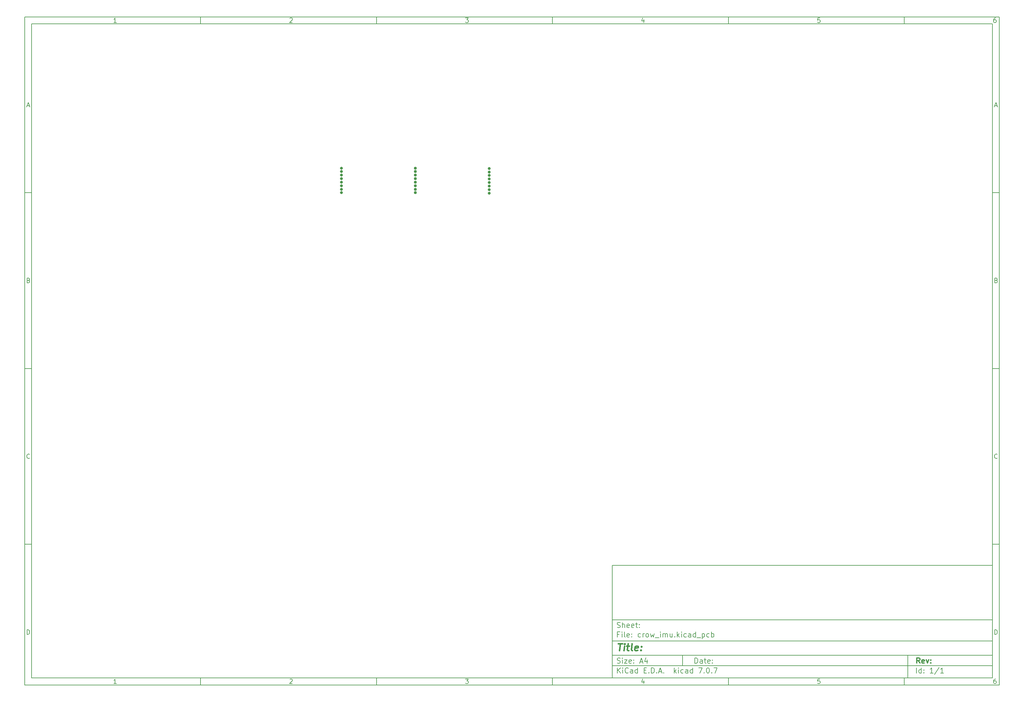
<source format=gbs>
%TF.GenerationSoftware,KiCad,Pcbnew,7.0.7*%
%TF.CreationDate,2024-01-01T11:16:14+09:00*%
%TF.ProjectId,crow_imu,63726f77-5f69-46d7-952e-6b696361645f,rev?*%
%TF.SameCoordinates,Original*%
%TF.FileFunction,Soldermask,Bot*%
%TF.FilePolarity,Negative*%
%FSLAX46Y46*%
G04 Gerber Fmt 4.6, Leading zero omitted, Abs format (unit mm)*
G04 Created by KiCad (PCBNEW 7.0.7) date 2024-01-01 11:16:14*
%MOMM*%
%LPD*%
G01*
G04 APERTURE LIST*
%ADD10C,0.100000*%
%ADD11C,0.150000*%
%ADD12C,0.300000*%
%ADD13C,0.400000*%
%ADD14C,0.800000*%
%ADD15O,0.800000X0.800000*%
%ADD16C,0.850000*%
%ADD17O,0.850000X0.850000*%
G04 APERTURE END LIST*
D10*
D11*
X177002200Y-166007200D02*
X285002200Y-166007200D01*
X285002200Y-198007200D01*
X177002200Y-198007200D01*
X177002200Y-166007200D01*
D10*
D11*
X10000000Y-10000000D02*
X287002200Y-10000000D01*
X287002200Y-200007200D01*
X10000000Y-200007200D01*
X10000000Y-10000000D01*
D10*
D11*
X12000000Y-12000000D02*
X285002200Y-12000000D01*
X285002200Y-198007200D01*
X12000000Y-198007200D01*
X12000000Y-12000000D01*
D10*
D11*
X60000000Y-12000000D02*
X60000000Y-10000000D01*
D10*
D11*
X110000000Y-12000000D02*
X110000000Y-10000000D01*
D10*
D11*
X160000000Y-12000000D02*
X160000000Y-10000000D01*
D10*
D11*
X210000000Y-12000000D02*
X210000000Y-10000000D01*
D10*
D11*
X260000000Y-12000000D02*
X260000000Y-10000000D01*
D10*
D11*
X36089160Y-11593604D02*
X35346303Y-11593604D01*
X35717731Y-11593604D02*
X35717731Y-10293604D01*
X35717731Y-10293604D02*
X35593922Y-10479319D01*
X35593922Y-10479319D02*
X35470112Y-10603128D01*
X35470112Y-10603128D02*
X35346303Y-10665033D01*
D10*
D11*
X85346303Y-10417414D02*
X85408207Y-10355509D01*
X85408207Y-10355509D02*
X85532017Y-10293604D01*
X85532017Y-10293604D02*
X85841541Y-10293604D01*
X85841541Y-10293604D02*
X85965350Y-10355509D01*
X85965350Y-10355509D02*
X86027255Y-10417414D01*
X86027255Y-10417414D02*
X86089160Y-10541223D01*
X86089160Y-10541223D02*
X86089160Y-10665033D01*
X86089160Y-10665033D02*
X86027255Y-10850747D01*
X86027255Y-10850747D02*
X85284398Y-11593604D01*
X85284398Y-11593604D02*
X86089160Y-11593604D01*
D10*
D11*
X135284398Y-10293604D02*
X136089160Y-10293604D01*
X136089160Y-10293604D02*
X135655826Y-10788842D01*
X135655826Y-10788842D02*
X135841541Y-10788842D01*
X135841541Y-10788842D02*
X135965350Y-10850747D01*
X135965350Y-10850747D02*
X136027255Y-10912652D01*
X136027255Y-10912652D02*
X136089160Y-11036461D01*
X136089160Y-11036461D02*
X136089160Y-11345985D01*
X136089160Y-11345985D02*
X136027255Y-11469795D01*
X136027255Y-11469795D02*
X135965350Y-11531700D01*
X135965350Y-11531700D02*
X135841541Y-11593604D01*
X135841541Y-11593604D02*
X135470112Y-11593604D01*
X135470112Y-11593604D02*
X135346303Y-11531700D01*
X135346303Y-11531700D02*
X135284398Y-11469795D01*
D10*
D11*
X185965350Y-10726938D02*
X185965350Y-11593604D01*
X185655826Y-10231700D02*
X185346303Y-11160271D01*
X185346303Y-11160271D02*
X186151064Y-11160271D01*
D10*
D11*
X236027255Y-10293604D02*
X235408207Y-10293604D01*
X235408207Y-10293604D02*
X235346303Y-10912652D01*
X235346303Y-10912652D02*
X235408207Y-10850747D01*
X235408207Y-10850747D02*
X235532017Y-10788842D01*
X235532017Y-10788842D02*
X235841541Y-10788842D01*
X235841541Y-10788842D02*
X235965350Y-10850747D01*
X235965350Y-10850747D02*
X236027255Y-10912652D01*
X236027255Y-10912652D02*
X236089160Y-11036461D01*
X236089160Y-11036461D02*
X236089160Y-11345985D01*
X236089160Y-11345985D02*
X236027255Y-11469795D01*
X236027255Y-11469795D02*
X235965350Y-11531700D01*
X235965350Y-11531700D02*
X235841541Y-11593604D01*
X235841541Y-11593604D02*
X235532017Y-11593604D01*
X235532017Y-11593604D02*
X235408207Y-11531700D01*
X235408207Y-11531700D02*
X235346303Y-11469795D01*
D10*
D11*
X285965350Y-10293604D02*
X285717731Y-10293604D01*
X285717731Y-10293604D02*
X285593922Y-10355509D01*
X285593922Y-10355509D02*
X285532017Y-10417414D01*
X285532017Y-10417414D02*
X285408207Y-10603128D01*
X285408207Y-10603128D02*
X285346303Y-10850747D01*
X285346303Y-10850747D02*
X285346303Y-11345985D01*
X285346303Y-11345985D02*
X285408207Y-11469795D01*
X285408207Y-11469795D02*
X285470112Y-11531700D01*
X285470112Y-11531700D02*
X285593922Y-11593604D01*
X285593922Y-11593604D02*
X285841541Y-11593604D01*
X285841541Y-11593604D02*
X285965350Y-11531700D01*
X285965350Y-11531700D02*
X286027255Y-11469795D01*
X286027255Y-11469795D02*
X286089160Y-11345985D01*
X286089160Y-11345985D02*
X286089160Y-11036461D01*
X286089160Y-11036461D02*
X286027255Y-10912652D01*
X286027255Y-10912652D02*
X285965350Y-10850747D01*
X285965350Y-10850747D02*
X285841541Y-10788842D01*
X285841541Y-10788842D02*
X285593922Y-10788842D01*
X285593922Y-10788842D02*
X285470112Y-10850747D01*
X285470112Y-10850747D02*
X285408207Y-10912652D01*
X285408207Y-10912652D02*
X285346303Y-11036461D01*
D10*
D11*
X60000000Y-198007200D02*
X60000000Y-200007200D01*
D10*
D11*
X110000000Y-198007200D02*
X110000000Y-200007200D01*
D10*
D11*
X160000000Y-198007200D02*
X160000000Y-200007200D01*
D10*
D11*
X210000000Y-198007200D02*
X210000000Y-200007200D01*
D10*
D11*
X260000000Y-198007200D02*
X260000000Y-200007200D01*
D10*
D11*
X36089160Y-199600804D02*
X35346303Y-199600804D01*
X35717731Y-199600804D02*
X35717731Y-198300804D01*
X35717731Y-198300804D02*
X35593922Y-198486519D01*
X35593922Y-198486519D02*
X35470112Y-198610328D01*
X35470112Y-198610328D02*
X35346303Y-198672233D01*
D10*
D11*
X85346303Y-198424614D02*
X85408207Y-198362709D01*
X85408207Y-198362709D02*
X85532017Y-198300804D01*
X85532017Y-198300804D02*
X85841541Y-198300804D01*
X85841541Y-198300804D02*
X85965350Y-198362709D01*
X85965350Y-198362709D02*
X86027255Y-198424614D01*
X86027255Y-198424614D02*
X86089160Y-198548423D01*
X86089160Y-198548423D02*
X86089160Y-198672233D01*
X86089160Y-198672233D02*
X86027255Y-198857947D01*
X86027255Y-198857947D02*
X85284398Y-199600804D01*
X85284398Y-199600804D02*
X86089160Y-199600804D01*
D10*
D11*
X135284398Y-198300804D02*
X136089160Y-198300804D01*
X136089160Y-198300804D02*
X135655826Y-198796042D01*
X135655826Y-198796042D02*
X135841541Y-198796042D01*
X135841541Y-198796042D02*
X135965350Y-198857947D01*
X135965350Y-198857947D02*
X136027255Y-198919852D01*
X136027255Y-198919852D02*
X136089160Y-199043661D01*
X136089160Y-199043661D02*
X136089160Y-199353185D01*
X136089160Y-199353185D02*
X136027255Y-199476995D01*
X136027255Y-199476995D02*
X135965350Y-199538900D01*
X135965350Y-199538900D02*
X135841541Y-199600804D01*
X135841541Y-199600804D02*
X135470112Y-199600804D01*
X135470112Y-199600804D02*
X135346303Y-199538900D01*
X135346303Y-199538900D02*
X135284398Y-199476995D01*
D10*
D11*
X185965350Y-198734138D02*
X185965350Y-199600804D01*
X185655826Y-198238900D02*
X185346303Y-199167471D01*
X185346303Y-199167471D02*
X186151064Y-199167471D01*
D10*
D11*
X236027255Y-198300804D02*
X235408207Y-198300804D01*
X235408207Y-198300804D02*
X235346303Y-198919852D01*
X235346303Y-198919852D02*
X235408207Y-198857947D01*
X235408207Y-198857947D02*
X235532017Y-198796042D01*
X235532017Y-198796042D02*
X235841541Y-198796042D01*
X235841541Y-198796042D02*
X235965350Y-198857947D01*
X235965350Y-198857947D02*
X236027255Y-198919852D01*
X236027255Y-198919852D02*
X236089160Y-199043661D01*
X236089160Y-199043661D02*
X236089160Y-199353185D01*
X236089160Y-199353185D02*
X236027255Y-199476995D01*
X236027255Y-199476995D02*
X235965350Y-199538900D01*
X235965350Y-199538900D02*
X235841541Y-199600804D01*
X235841541Y-199600804D02*
X235532017Y-199600804D01*
X235532017Y-199600804D02*
X235408207Y-199538900D01*
X235408207Y-199538900D02*
X235346303Y-199476995D01*
D10*
D11*
X285965350Y-198300804D02*
X285717731Y-198300804D01*
X285717731Y-198300804D02*
X285593922Y-198362709D01*
X285593922Y-198362709D02*
X285532017Y-198424614D01*
X285532017Y-198424614D02*
X285408207Y-198610328D01*
X285408207Y-198610328D02*
X285346303Y-198857947D01*
X285346303Y-198857947D02*
X285346303Y-199353185D01*
X285346303Y-199353185D02*
X285408207Y-199476995D01*
X285408207Y-199476995D02*
X285470112Y-199538900D01*
X285470112Y-199538900D02*
X285593922Y-199600804D01*
X285593922Y-199600804D02*
X285841541Y-199600804D01*
X285841541Y-199600804D02*
X285965350Y-199538900D01*
X285965350Y-199538900D02*
X286027255Y-199476995D01*
X286027255Y-199476995D02*
X286089160Y-199353185D01*
X286089160Y-199353185D02*
X286089160Y-199043661D01*
X286089160Y-199043661D02*
X286027255Y-198919852D01*
X286027255Y-198919852D02*
X285965350Y-198857947D01*
X285965350Y-198857947D02*
X285841541Y-198796042D01*
X285841541Y-198796042D02*
X285593922Y-198796042D01*
X285593922Y-198796042D02*
X285470112Y-198857947D01*
X285470112Y-198857947D02*
X285408207Y-198919852D01*
X285408207Y-198919852D02*
X285346303Y-199043661D01*
D10*
D11*
X10000000Y-60000000D02*
X12000000Y-60000000D01*
D10*
D11*
X10000000Y-110000000D02*
X12000000Y-110000000D01*
D10*
D11*
X10000000Y-160000000D02*
X12000000Y-160000000D01*
D10*
D11*
X10690476Y-35222176D02*
X11309523Y-35222176D01*
X10566666Y-35593604D02*
X10999999Y-34293604D01*
X10999999Y-34293604D02*
X11433333Y-35593604D01*
D10*
D11*
X11092857Y-84912652D02*
X11278571Y-84974557D01*
X11278571Y-84974557D02*
X11340476Y-85036461D01*
X11340476Y-85036461D02*
X11402380Y-85160271D01*
X11402380Y-85160271D02*
X11402380Y-85345985D01*
X11402380Y-85345985D02*
X11340476Y-85469795D01*
X11340476Y-85469795D02*
X11278571Y-85531700D01*
X11278571Y-85531700D02*
X11154761Y-85593604D01*
X11154761Y-85593604D02*
X10659523Y-85593604D01*
X10659523Y-85593604D02*
X10659523Y-84293604D01*
X10659523Y-84293604D02*
X11092857Y-84293604D01*
X11092857Y-84293604D02*
X11216666Y-84355509D01*
X11216666Y-84355509D02*
X11278571Y-84417414D01*
X11278571Y-84417414D02*
X11340476Y-84541223D01*
X11340476Y-84541223D02*
X11340476Y-84665033D01*
X11340476Y-84665033D02*
X11278571Y-84788842D01*
X11278571Y-84788842D02*
X11216666Y-84850747D01*
X11216666Y-84850747D02*
X11092857Y-84912652D01*
X11092857Y-84912652D02*
X10659523Y-84912652D01*
D10*
D11*
X11402380Y-135469795D02*
X11340476Y-135531700D01*
X11340476Y-135531700D02*
X11154761Y-135593604D01*
X11154761Y-135593604D02*
X11030952Y-135593604D01*
X11030952Y-135593604D02*
X10845238Y-135531700D01*
X10845238Y-135531700D02*
X10721428Y-135407890D01*
X10721428Y-135407890D02*
X10659523Y-135284080D01*
X10659523Y-135284080D02*
X10597619Y-135036461D01*
X10597619Y-135036461D02*
X10597619Y-134850747D01*
X10597619Y-134850747D02*
X10659523Y-134603128D01*
X10659523Y-134603128D02*
X10721428Y-134479319D01*
X10721428Y-134479319D02*
X10845238Y-134355509D01*
X10845238Y-134355509D02*
X11030952Y-134293604D01*
X11030952Y-134293604D02*
X11154761Y-134293604D01*
X11154761Y-134293604D02*
X11340476Y-134355509D01*
X11340476Y-134355509D02*
X11402380Y-134417414D01*
D10*
D11*
X10659523Y-185593604D02*
X10659523Y-184293604D01*
X10659523Y-184293604D02*
X10969047Y-184293604D01*
X10969047Y-184293604D02*
X11154761Y-184355509D01*
X11154761Y-184355509D02*
X11278571Y-184479319D01*
X11278571Y-184479319D02*
X11340476Y-184603128D01*
X11340476Y-184603128D02*
X11402380Y-184850747D01*
X11402380Y-184850747D02*
X11402380Y-185036461D01*
X11402380Y-185036461D02*
X11340476Y-185284080D01*
X11340476Y-185284080D02*
X11278571Y-185407890D01*
X11278571Y-185407890D02*
X11154761Y-185531700D01*
X11154761Y-185531700D02*
X10969047Y-185593604D01*
X10969047Y-185593604D02*
X10659523Y-185593604D01*
D10*
D11*
X287002200Y-60000000D02*
X285002200Y-60000000D01*
D10*
D11*
X287002200Y-110000000D02*
X285002200Y-110000000D01*
D10*
D11*
X287002200Y-160000000D02*
X285002200Y-160000000D01*
D10*
D11*
X285692676Y-35222176D02*
X286311723Y-35222176D01*
X285568866Y-35593604D02*
X286002199Y-34293604D01*
X286002199Y-34293604D02*
X286435533Y-35593604D01*
D10*
D11*
X286095057Y-84912652D02*
X286280771Y-84974557D01*
X286280771Y-84974557D02*
X286342676Y-85036461D01*
X286342676Y-85036461D02*
X286404580Y-85160271D01*
X286404580Y-85160271D02*
X286404580Y-85345985D01*
X286404580Y-85345985D02*
X286342676Y-85469795D01*
X286342676Y-85469795D02*
X286280771Y-85531700D01*
X286280771Y-85531700D02*
X286156961Y-85593604D01*
X286156961Y-85593604D02*
X285661723Y-85593604D01*
X285661723Y-85593604D02*
X285661723Y-84293604D01*
X285661723Y-84293604D02*
X286095057Y-84293604D01*
X286095057Y-84293604D02*
X286218866Y-84355509D01*
X286218866Y-84355509D02*
X286280771Y-84417414D01*
X286280771Y-84417414D02*
X286342676Y-84541223D01*
X286342676Y-84541223D02*
X286342676Y-84665033D01*
X286342676Y-84665033D02*
X286280771Y-84788842D01*
X286280771Y-84788842D02*
X286218866Y-84850747D01*
X286218866Y-84850747D02*
X286095057Y-84912652D01*
X286095057Y-84912652D02*
X285661723Y-84912652D01*
D10*
D11*
X286404580Y-135469795D02*
X286342676Y-135531700D01*
X286342676Y-135531700D02*
X286156961Y-135593604D01*
X286156961Y-135593604D02*
X286033152Y-135593604D01*
X286033152Y-135593604D02*
X285847438Y-135531700D01*
X285847438Y-135531700D02*
X285723628Y-135407890D01*
X285723628Y-135407890D02*
X285661723Y-135284080D01*
X285661723Y-135284080D02*
X285599819Y-135036461D01*
X285599819Y-135036461D02*
X285599819Y-134850747D01*
X285599819Y-134850747D02*
X285661723Y-134603128D01*
X285661723Y-134603128D02*
X285723628Y-134479319D01*
X285723628Y-134479319D02*
X285847438Y-134355509D01*
X285847438Y-134355509D02*
X286033152Y-134293604D01*
X286033152Y-134293604D02*
X286156961Y-134293604D01*
X286156961Y-134293604D02*
X286342676Y-134355509D01*
X286342676Y-134355509D02*
X286404580Y-134417414D01*
D10*
D11*
X285661723Y-185593604D02*
X285661723Y-184293604D01*
X285661723Y-184293604D02*
X285971247Y-184293604D01*
X285971247Y-184293604D02*
X286156961Y-184355509D01*
X286156961Y-184355509D02*
X286280771Y-184479319D01*
X286280771Y-184479319D02*
X286342676Y-184603128D01*
X286342676Y-184603128D02*
X286404580Y-184850747D01*
X286404580Y-184850747D02*
X286404580Y-185036461D01*
X286404580Y-185036461D02*
X286342676Y-185284080D01*
X286342676Y-185284080D02*
X286280771Y-185407890D01*
X286280771Y-185407890D02*
X286156961Y-185531700D01*
X286156961Y-185531700D02*
X285971247Y-185593604D01*
X285971247Y-185593604D02*
X285661723Y-185593604D01*
D10*
D11*
X200458026Y-193793328D02*
X200458026Y-192293328D01*
X200458026Y-192293328D02*
X200815169Y-192293328D01*
X200815169Y-192293328D02*
X201029455Y-192364757D01*
X201029455Y-192364757D02*
X201172312Y-192507614D01*
X201172312Y-192507614D02*
X201243741Y-192650471D01*
X201243741Y-192650471D02*
X201315169Y-192936185D01*
X201315169Y-192936185D02*
X201315169Y-193150471D01*
X201315169Y-193150471D02*
X201243741Y-193436185D01*
X201243741Y-193436185D02*
X201172312Y-193579042D01*
X201172312Y-193579042D02*
X201029455Y-193721900D01*
X201029455Y-193721900D02*
X200815169Y-193793328D01*
X200815169Y-193793328D02*
X200458026Y-193793328D01*
X202600884Y-193793328D02*
X202600884Y-193007614D01*
X202600884Y-193007614D02*
X202529455Y-192864757D01*
X202529455Y-192864757D02*
X202386598Y-192793328D01*
X202386598Y-192793328D02*
X202100884Y-192793328D01*
X202100884Y-192793328D02*
X201958026Y-192864757D01*
X202600884Y-193721900D02*
X202458026Y-193793328D01*
X202458026Y-193793328D02*
X202100884Y-193793328D01*
X202100884Y-193793328D02*
X201958026Y-193721900D01*
X201958026Y-193721900D02*
X201886598Y-193579042D01*
X201886598Y-193579042D02*
X201886598Y-193436185D01*
X201886598Y-193436185D02*
X201958026Y-193293328D01*
X201958026Y-193293328D02*
X202100884Y-193221900D01*
X202100884Y-193221900D02*
X202458026Y-193221900D01*
X202458026Y-193221900D02*
X202600884Y-193150471D01*
X203100884Y-192793328D02*
X203672312Y-192793328D01*
X203315169Y-192293328D02*
X203315169Y-193579042D01*
X203315169Y-193579042D02*
X203386598Y-193721900D01*
X203386598Y-193721900D02*
X203529455Y-193793328D01*
X203529455Y-193793328D02*
X203672312Y-193793328D01*
X204743741Y-193721900D02*
X204600884Y-193793328D01*
X204600884Y-193793328D02*
X204315170Y-193793328D01*
X204315170Y-193793328D02*
X204172312Y-193721900D01*
X204172312Y-193721900D02*
X204100884Y-193579042D01*
X204100884Y-193579042D02*
X204100884Y-193007614D01*
X204100884Y-193007614D02*
X204172312Y-192864757D01*
X204172312Y-192864757D02*
X204315170Y-192793328D01*
X204315170Y-192793328D02*
X204600884Y-192793328D01*
X204600884Y-192793328D02*
X204743741Y-192864757D01*
X204743741Y-192864757D02*
X204815170Y-193007614D01*
X204815170Y-193007614D02*
X204815170Y-193150471D01*
X204815170Y-193150471D02*
X204100884Y-193293328D01*
X205458026Y-193650471D02*
X205529455Y-193721900D01*
X205529455Y-193721900D02*
X205458026Y-193793328D01*
X205458026Y-193793328D02*
X205386598Y-193721900D01*
X205386598Y-193721900D02*
X205458026Y-193650471D01*
X205458026Y-193650471D02*
X205458026Y-193793328D01*
X205458026Y-192864757D02*
X205529455Y-192936185D01*
X205529455Y-192936185D02*
X205458026Y-193007614D01*
X205458026Y-193007614D02*
X205386598Y-192936185D01*
X205386598Y-192936185D02*
X205458026Y-192864757D01*
X205458026Y-192864757D02*
X205458026Y-193007614D01*
D10*
D11*
X177002200Y-194507200D02*
X285002200Y-194507200D01*
D10*
D11*
X178458026Y-196593328D02*
X178458026Y-195093328D01*
X179315169Y-196593328D02*
X178672312Y-195736185D01*
X179315169Y-195093328D02*
X178458026Y-195950471D01*
X179958026Y-196593328D02*
X179958026Y-195593328D01*
X179958026Y-195093328D02*
X179886598Y-195164757D01*
X179886598Y-195164757D02*
X179958026Y-195236185D01*
X179958026Y-195236185D02*
X180029455Y-195164757D01*
X180029455Y-195164757D02*
X179958026Y-195093328D01*
X179958026Y-195093328D02*
X179958026Y-195236185D01*
X181529455Y-196450471D02*
X181458027Y-196521900D01*
X181458027Y-196521900D02*
X181243741Y-196593328D01*
X181243741Y-196593328D02*
X181100884Y-196593328D01*
X181100884Y-196593328D02*
X180886598Y-196521900D01*
X180886598Y-196521900D02*
X180743741Y-196379042D01*
X180743741Y-196379042D02*
X180672312Y-196236185D01*
X180672312Y-196236185D02*
X180600884Y-195950471D01*
X180600884Y-195950471D02*
X180600884Y-195736185D01*
X180600884Y-195736185D02*
X180672312Y-195450471D01*
X180672312Y-195450471D02*
X180743741Y-195307614D01*
X180743741Y-195307614D02*
X180886598Y-195164757D01*
X180886598Y-195164757D02*
X181100884Y-195093328D01*
X181100884Y-195093328D02*
X181243741Y-195093328D01*
X181243741Y-195093328D02*
X181458027Y-195164757D01*
X181458027Y-195164757D02*
X181529455Y-195236185D01*
X182815170Y-196593328D02*
X182815170Y-195807614D01*
X182815170Y-195807614D02*
X182743741Y-195664757D01*
X182743741Y-195664757D02*
X182600884Y-195593328D01*
X182600884Y-195593328D02*
X182315170Y-195593328D01*
X182315170Y-195593328D02*
X182172312Y-195664757D01*
X182815170Y-196521900D02*
X182672312Y-196593328D01*
X182672312Y-196593328D02*
X182315170Y-196593328D01*
X182315170Y-196593328D02*
X182172312Y-196521900D01*
X182172312Y-196521900D02*
X182100884Y-196379042D01*
X182100884Y-196379042D02*
X182100884Y-196236185D01*
X182100884Y-196236185D02*
X182172312Y-196093328D01*
X182172312Y-196093328D02*
X182315170Y-196021900D01*
X182315170Y-196021900D02*
X182672312Y-196021900D01*
X182672312Y-196021900D02*
X182815170Y-195950471D01*
X184172313Y-196593328D02*
X184172313Y-195093328D01*
X184172313Y-196521900D02*
X184029455Y-196593328D01*
X184029455Y-196593328D02*
X183743741Y-196593328D01*
X183743741Y-196593328D02*
X183600884Y-196521900D01*
X183600884Y-196521900D02*
X183529455Y-196450471D01*
X183529455Y-196450471D02*
X183458027Y-196307614D01*
X183458027Y-196307614D02*
X183458027Y-195879042D01*
X183458027Y-195879042D02*
X183529455Y-195736185D01*
X183529455Y-195736185D02*
X183600884Y-195664757D01*
X183600884Y-195664757D02*
X183743741Y-195593328D01*
X183743741Y-195593328D02*
X184029455Y-195593328D01*
X184029455Y-195593328D02*
X184172313Y-195664757D01*
X186029455Y-195807614D02*
X186529455Y-195807614D01*
X186743741Y-196593328D02*
X186029455Y-196593328D01*
X186029455Y-196593328D02*
X186029455Y-195093328D01*
X186029455Y-195093328D02*
X186743741Y-195093328D01*
X187386598Y-196450471D02*
X187458027Y-196521900D01*
X187458027Y-196521900D02*
X187386598Y-196593328D01*
X187386598Y-196593328D02*
X187315170Y-196521900D01*
X187315170Y-196521900D02*
X187386598Y-196450471D01*
X187386598Y-196450471D02*
X187386598Y-196593328D01*
X188100884Y-196593328D02*
X188100884Y-195093328D01*
X188100884Y-195093328D02*
X188458027Y-195093328D01*
X188458027Y-195093328D02*
X188672313Y-195164757D01*
X188672313Y-195164757D02*
X188815170Y-195307614D01*
X188815170Y-195307614D02*
X188886599Y-195450471D01*
X188886599Y-195450471D02*
X188958027Y-195736185D01*
X188958027Y-195736185D02*
X188958027Y-195950471D01*
X188958027Y-195950471D02*
X188886599Y-196236185D01*
X188886599Y-196236185D02*
X188815170Y-196379042D01*
X188815170Y-196379042D02*
X188672313Y-196521900D01*
X188672313Y-196521900D02*
X188458027Y-196593328D01*
X188458027Y-196593328D02*
X188100884Y-196593328D01*
X189600884Y-196450471D02*
X189672313Y-196521900D01*
X189672313Y-196521900D02*
X189600884Y-196593328D01*
X189600884Y-196593328D02*
X189529456Y-196521900D01*
X189529456Y-196521900D02*
X189600884Y-196450471D01*
X189600884Y-196450471D02*
X189600884Y-196593328D01*
X190243742Y-196164757D02*
X190958028Y-196164757D01*
X190100885Y-196593328D02*
X190600885Y-195093328D01*
X190600885Y-195093328D02*
X191100885Y-196593328D01*
X191600884Y-196450471D02*
X191672313Y-196521900D01*
X191672313Y-196521900D02*
X191600884Y-196593328D01*
X191600884Y-196593328D02*
X191529456Y-196521900D01*
X191529456Y-196521900D02*
X191600884Y-196450471D01*
X191600884Y-196450471D02*
X191600884Y-196593328D01*
X194600884Y-196593328D02*
X194600884Y-195093328D01*
X194743742Y-196021900D02*
X195172313Y-196593328D01*
X195172313Y-195593328D02*
X194600884Y-196164757D01*
X195815170Y-196593328D02*
X195815170Y-195593328D01*
X195815170Y-195093328D02*
X195743742Y-195164757D01*
X195743742Y-195164757D02*
X195815170Y-195236185D01*
X195815170Y-195236185D02*
X195886599Y-195164757D01*
X195886599Y-195164757D02*
X195815170Y-195093328D01*
X195815170Y-195093328D02*
X195815170Y-195236185D01*
X197172314Y-196521900D02*
X197029456Y-196593328D01*
X197029456Y-196593328D02*
X196743742Y-196593328D01*
X196743742Y-196593328D02*
X196600885Y-196521900D01*
X196600885Y-196521900D02*
X196529456Y-196450471D01*
X196529456Y-196450471D02*
X196458028Y-196307614D01*
X196458028Y-196307614D02*
X196458028Y-195879042D01*
X196458028Y-195879042D02*
X196529456Y-195736185D01*
X196529456Y-195736185D02*
X196600885Y-195664757D01*
X196600885Y-195664757D02*
X196743742Y-195593328D01*
X196743742Y-195593328D02*
X197029456Y-195593328D01*
X197029456Y-195593328D02*
X197172314Y-195664757D01*
X198458028Y-196593328D02*
X198458028Y-195807614D01*
X198458028Y-195807614D02*
X198386599Y-195664757D01*
X198386599Y-195664757D02*
X198243742Y-195593328D01*
X198243742Y-195593328D02*
X197958028Y-195593328D01*
X197958028Y-195593328D02*
X197815170Y-195664757D01*
X198458028Y-196521900D02*
X198315170Y-196593328D01*
X198315170Y-196593328D02*
X197958028Y-196593328D01*
X197958028Y-196593328D02*
X197815170Y-196521900D01*
X197815170Y-196521900D02*
X197743742Y-196379042D01*
X197743742Y-196379042D02*
X197743742Y-196236185D01*
X197743742Y-196236185D02*
X197815170Y-196093328D01*
X197815170Y-196093328D02*
X197958028Y-196021900D01*
X197958028Y-196021900D02*
X198315170Y-196021900D01*
X198315170Y-196021900D02*
X198458028Y-195950471D01*
X199815171Y-196593328D02*
X199815171Y-195093328D01*
X199815171Y-196521900D02*
X199672313Y-196593328D01*
X199672313Y-196593328D02*
X199386599Y-196593328D01*
X199386599Y-196593328D02*
X199243742Y-196521900D01*
X199243742Y-196521900D02*
X199172313Y-196450471D01*
X199172313Y-196450471D02*
X199100885Y-196307614D01*
X199100885Y-196307614D02*
X199100885Y-195879042D01*
X199100885Y-195879042D02*
X199172313Y-195736185D01*
X199172313Y-195736185D02*
X199243742Y-195664757D01*
X199243742Y-195664757D02*
X199386599Y-195593328D01*
X199386599Y-195593328D02*
X199672313Y-195593328D01*
X199672313Y-195593328D02*
X199815171Y-195664757D01*
X201529456Y-195093328D02*
X202529456Y-195093328D01*
X202529456Y-195093328D02*
X201886599Y-196593328D01*
X203100884Y-196450471D02*
X203172313Y-196521900D01*
X203172313Y-196521900D02*
X203100884Y-196593328D01*
X203100884Y-196593328D02*
X203029456Y-196521900D01*
X203029456Y-196521900D02*
X203100884Y-196450471D01*
X203100884Y-196450471D02*
X203100884Y-196593328D01*
X204100885Y-195093328D02*
X204243742Y-195093328D01*
X204243742Y-195093328D02*
X204386599Y-195164757D01*
X204386599Y-195164757D02*
X204458028Y-195236185D01*
X204458028Y-195236185D02*
X204529456Y-195379042D01*
X204529456Y-195379042D02*
X204600885Y-195664757D01*
X204600885Y-195664757D02*
X204600885Y-196021900D01*
X204600885Y-196021900D02*
X204529456Y-196307614D01*
X204529456Y-196307614D02*
X204458028Y-196450471D01*
X204458028Y-196450471D02*
X204386599Y-196521900D01*
X204386599Y-196521900D02*
X204243742Y-196593328D01*
X204243742Y-196593328D02*
X204100885Y-196593328D01*
X204100885Y-196593328D02*
X203958028Y-196521900D01*
X203958028Y-196521900D02*
X203886599Y-196450471D01*
X203886599Y-196450471D02*
X203815170Y-196307614D01*
X203815170Y-196307614D02*
X203743742Y-196021900D01*
X203743742Y-196021900D02*
X203743742Y-195664757D01*
X203743742Y-195664757D02*
X203815170Y-195379042D01*
X203815170Y-195379042D02*
X203886599Y-195236185D01*
X203886599Y-195236185D02*
X203958028Y-195164757D01*
X203958028Y-195164757D02*
X204100885Y-195093328D01*
X205243741Y-196450471D02*
X205315170Y-196521900D01*
X205315170Y-196521900D02*
X205243741Y-196593328D01*
X205243741Y-196593328D02*
X205172313Y-196521900D01*
X205172313Y-196521900D02*
X205243741Y-196450471D01*
X205243741Y-196450471D02*
X205243741Y-196593328D01*
X205815170Y-195093328D02*
X206815170Y-195093328D01*
X206815170Y-195093328D02*
X206172313Y-196593328D01*
D10*
D11*
X177002200Y-191507200D02*
X285002200Y-191507200D01*
D10*
D12*
X264413853Y-193785528D02*
X263913853Y-193071242D01*
X263556710Y-193785528D02*
X263556710Y-192285528D01*
X263556710Y-192285528D02*
X264128139Y-192285528D01*
X264128139Y-192285528D02*
X264270996Y-192356957D01*
X264270996Y-192356957D02*
X264342425Y-192428385D01*
X264342425Y-192428385D02*
X264413853Y-192571242D01*
X264413853Y-192571242D02*
X264413853Y-192785528D01*
X264413853Y-192785528D02*
X264342425Y-192928385D01*
X264342425Y-192928385D02*
X264270996Y-192999814D01*
X264270996Y-192999814D02*
X264128139Y-193071242D01*
X264128139Y-193071242D02*
X263556710Y-193071242D01*
X265628139Y-193714100D02*
X265485282Y-193785528D01*
X265485282Y-193785528D02*
X265199568Y-193785528D01*
X265199568Y-193785528D02*
X265056710Y-193714100D01*
X265056710Y-193714100D02*
X264985282Y-193571242D01*
X264985282Y-193571242D02*
X264985282Y-192999814D01*
X264985282Y-192999814D02*
X265056710Y-192856957D01*
X265056710Y-192856957D02*
X265199568Y-192785528D01*
X265199568Y-192785528D02*
X265485282Y-192785528D01*
X265485282Y-192785528D02*
X265628139Y-192856957D01*
X265628139Y-192856957D02*
X265699568Y-192999814D01*
X265699568Y-192999814D02*
X265699568Y-193142671D01*
X265699568Y-193142671D02*
X264985282Y-193285528D01*
X266199567Y-192785528D02*
X266556710Y-193785528D01*
X266556710Y-193785528D02*
X266913853Y-192785528D01*
X267485281Y-193642671D02*
X267556710Y-193714100D01*
X267556710Y-193714100D02*
X267485281Y-193785528D01*
X267485281Y-193785528D02*
X267413853Y-193714100D01*
X267413853Y-193714100D02*
X267485281Y-193642671D01*
X267485281Y-193642671D02*
X267485281Y-193785528D01*
X267485281Y-192856957D02*
X267556710Y-192928385D01*
X267556710Y-192928385D02*
X267485281Y-192999814D01*
X267485281Y-192999814D02*
X267413853Y-192928385D01*
X267413853Y-192928385D02*
X267485281Y-192856957D01*
X267485281Y-192856957D02*
X267485281Y-192999814D01*
D10*
D11*
X178386598Y-193721900D02*
X178600884Y-193793328D01*
X178600884Y-193793328D02*
X178958026Y-193793328D01*
X178958026Y-193793328D02*
X179100884Y-193721900D01*
X179100884Y-193721900D02*
X179172312Y-193650471D01*
X179172312Y-193650471D02*
X179243741Y-193507614D01*
X179243741Y-193507614D02*
X179243741Y-193364757D01*
X179243741Y-193364757D02*
X179172312Y-193221900D01*
X179172312Y-193221900D02*
X179100884Y-193150471D01*
X179100884Y-193150471D02*
X178958026Y-193079042D01*
X178958026Y-193079042D02*
X178672312Y-193007614D01*
X178672312Y-193007614D02*
X178529455Y-192936185D01*
X178529455Y-192936185D02*
X178458026Y-192864757D01*
X178458026Y-192864757D02*
X178386598Y-192721900D01*
X178386598Y-192721900D02*
X178386598Y-192579042D01*
X178386598Y-192579042D02*
X178458026Y-192436185D01*
X178458026Y-192436185D02*
X178529455Y-192364757D01*
X178529455Y-192364757D02*
X178672312Y-192293328D01*
X178672312Y-192293328D02*
X179029455Y-192293328D01*
X179029455Y-192293328D02*
X179243741Y-192364757D01*
X179886597Y-193793328D02*
X179886597Y-192793328D01*
X179886597Y-192293328D02*
X179815169Y-192364757D01*
X179815169Y-192364757D02*
X179886597Y-192436185D01*
X179886597Y-192436185D02*
X179958026Y-192364757D01*
X179958026Y-192364757D02*
X179886597Y-192293328D01*
X179886597Y-192293328D02*
X179886597Y-192436185D01*
X180458026Y-192793328D02*
X181243741Y-192793328D01*
X181243741Y-192793328D02*
X180458026Y-193793328D01*
X180458026Y-193793328D02*
X181243741Y-193793328D01*
X182386598Y-193721900D02*
X182243741Y-193793328D01*
X182243741Y-193793328D02*
X181958027Y-193793328D01*
X181958027Y-193793328D02*
X181815169Y-193721900D01*
X181815169Y-193721900D02*
X181743741Y-193579042D01*
X181743741Y-193579042D02*
X181743741Y-193007614D01*
X181743741Y-193007614D02*
X181815169Y-192864757D01*
X181815169Y-192864757D02*
X181958027Y-192793328D01*
X181958027Y-192793328D02*
X182243741Y-192793328D01*
X182243741Y-192793328D02*
X182386598Y-192864757D01*
X182386598Y-192864757D02*
X182458027Y-193007614D01*
X182458027Y-193007614D02*
X182458027Y-193150471D01*
X182458027Y-193150471D02*
X181743741Y-193293328D01*
X183100883Y-193650471D02*
X183172312Y-193721900D01*
X183172312Y-193721900D02*
X183100883Y-193793328D01*
X183100883Y-193793328D02*
X183029455Y-193721900D01*
X183029455Y-193721900D02*
X183100883Y-193650471D01*
X183100883Y-193650471D02*
X183100883Y-193793328D01*
X183100883Y-192864757D02*
X183172312Y-192936185D01*
X183172312Y-192936185D02*
X183100883Y-193007614D01*
X183100883Y-193007614D02*
X183029455Y-192936185D01*
X183029455Y-192936185D02*
X183100883Y-192864757D01*
X183100883Y-192864757D02*
X183100883Y-193007614D01*
X184886598Y-193364757D02*
X185600884Y-193364757D01*
X184743741Y-193793328D02*
X185243741Y-192293328D01*
X185243741Y-192293328D02*
X185743741Y-193793328D01*
X186886598Y-192793328D02*
X186886598Y-193793328D01*
X186529455Y-192221900D02*
X186172312Y-193293328D01*
X186172312Y-193293328D02*
X187100883Y-193293328D01*
D10*
D11*
X263458026Y-196593328D02*
X263458026Y-195093328D01*
X264815170Y-196593328D02*
X264815170Y-195093328D01*
X264815170Y-196521900D02*
X264672312Y-196593328D01*
X264672312Y-196593328D02*
X264386598Y-196593328D01*
X264386598Y-196593328D02*
X264243741Y-196521900D01*
X264243741Y-196521900D02*
X264172312Y-196450471D01*
X264172312Y-196450471D02*
X264100884Y-196307614D01*
X264100884Y-196307614D02*
X264100884Y-195879042D01*
X264100884Y-195879042D02*
X264172312Y-195736185D01*
X264172312Y-195736185D02*
X264243741Y-195664757D01*
X264243741Y-195664757D02*
X264386598Y-195593328D01*
X264386598Y-195593328D02*
X264672312Y-195593328D01*
X264672312Y-195593328D02*
X264815170Y-195664757D01*
X265529455Y-196450471D02*
X265600884Y-196521900D01*
X265600884Y-196521900D02*
X265529455Y-196593328D01*
X265529455Y-196593328D02*
X265458027Y-196521900D01*
X265458027Y-196521900D02*
X265529455Y-196450471D01*
X265529455Y-196450471D02*
X265529455Y-196593328D01*
X265529455Y-195664757D02*
X265600884Y-195736185D01*
X265600884Y-195736185D02*
X265529455Y-195807614D01*
X265529455Y-195807614D02*
X265458027Y-195736185D01*
X265458027Y-195736185D02*
X265529455Y-195664757D01*
X265529455Y-195664757D02*
X265529455Y-195807614D01*
X268172313Y-196593328D02*
X267315170Y-196593328D01*
X267743741Y-196593328D02*
X267743741Y-195093328D01*
X267743741Y-195093328D02*
X267600884Y-195307614D01*
X267600884Y-195307614D02*
X267458027Y-195450471D01*
X267458027Y-195450471D02*
X267315170Y-195521900D01*
X269886598Y-195021900D02*
X268600884Y-196950471D01*
X271172313Y-196593328D02*
X270315170Y-196593328D01*
X270743741Y-196593328D02*
X270743741Y-195093328D01*
X270743741Y-195093328D02*
X270600884Y-195307614D01*
X270600884Y-195307614D02*
X270458027Y-195450471D01*
X270458027Y-195450471D02*
X270315170Y-195521900D01*
D10*
D11*
X177002200Y-187507200D02*
X285002200Y-187507200D01*
D10*
D13*
X178693928Y-188211638D02*
X179836785Y-188211638D01*
X179015357Y-190211638D02*
X179265357Y-188211638D01*
X180253452Y-190211638D02*
X180420119Y-188878304D01*
X180503452Y-188211638D02*
X180396309Y-188306876D01*
X180396309Y-188306876D02*
X180479643Y-188402114D01*
X180479643Y-188402114D02*
X180586786Y-188306876D01*
X180586786Y-188306876D02*
X180503452Y-188211638D01*
X180503452Y-188211638D02*
X180479643Y-188402114D01*
X181086786Y-188878304D02*
X181848690Y-188878304D01*
X181455833Y-188211638D02*
X181241548Y-189925923D01*
X181241548Y-189925923D02*
X181312976Y-190116400D01*
X181312976Y-190116400D02*
X181491548Y-190211638D01*
X181491548Y-190211638D02*
X181682024Y-190211638D01*
X182634405Y-190211638D02*
X182455833Y-190116400D01*
X182455833Y-190116400D02*
X182384405Y-189925923D01*
X182384405Y-189925923D02*
X182598690Y-188211638D01*
X184170119Y-190116400D02*
X183967738Y-190211638D01*
X183967738Y-190211638D02*
X183586785Y-190211638D01*
X183586785Y-190211638D02*
X183408214Y-190116400D01*
X183408214Y-190116400D02*
X183336785Y-189925923D01*
X183336785Y-189925923D02*
X183432024Y-189164019D01*
X183432024Y-189164019D02*
X183551071Y-188973542D01*
X183551071Y-188973542D02*
X183753452Y-188878304D01*
X183753452Y-188878304D02*
X184134404Y-188878304D01*
X184134404Y-188878304D02*
X184312976Y-188973542D01*
X184312976Y-188973542D02*
X184384404Y-189164019D01*
X184384404Y-189164019D02*
X184360595Y-189354495D01*
X184360595Y-189354495D02*
X183384404Y-189544971D01*
X185134405Y-190021161D02*
X185217738Y-190116400D01*
X185217738Y-190116400D02*
X185110595Y-190211638D01*
X185110595Y-190211638D02*
X185027262Y-190116400D01*
X185027262Y-190116400D02*
X185134405Y-190021161D01*
X185134405Y-190021161D02*
X185110595Y-190211638D01*
X185265357Y-188973542D02*
X185348690Y-189068780D01*
X185348690Y-189068780D02*
X185241548Y-189164019D01*
X185241548Y-189164019D02*
X185158214Y-189068780D01*
X185158214Y-189068780D02*
X185265357Y-188973542D01*
X185265357Y-188973542D02*
X185241548Y-189164019D01*
D10*
D11*
X178958026Y-185607614D02*
X178458026Y-185607614D01*
X178458026Y-186393328D02*
X178458026Y-184893328D01*
X178458026Y-184893328D02*
X179172312Y-184893328D01*
X179743740Y-186393328D02*
X179743740Y-185393328D01*
X179743740Y-184893328D02*
X179672312Y-184964757D01*
X179672312Y-184964757D02*
X179743740Y-185036185D01*
X179743740Y-185036185D02*
X179815169Y-184964757D01*
X179815169Y-184964757D02*
X179743740Y-184893328D01*
X179743740Y-184893328D02*
X179743740Y-185036185D01*
X180672312Y-186393328D02*
X180529455Y-186321900D01*
X180529455Y-186321900D02*
X180458026Y-186179042D01*
X180458026Y-186179042D02*
X180458026Y-184893328D01*
X181815169Y-186321900D02*
X181672312Y-186393328D01*
X181672312Y-186393328D02*
X181386598Y-186393328D01*
X181386598Y-186393328D02*
X181243740Y-186321900D01*
X181243740Y-186321900D02*
X181172312Y-186179042D01*
X181172312Y-186179042D02*
X181172312Y-185607614D01*
X181172312Y-185607614D02*
X181243740Y-185464757D01*
X181243740Y-185464757D02*
X181386598Y-185393328D01*
X181386598Y-185393328D02*
X181672312Y-185393328D01*
X181672312Y-185393328D02*
X181815169Y-185464757D01*
X181815169Y-185464757D02*
X181886598Y-185607614D01*
X181886598Y-185607614D02*
X181886598Y-185750471D01*
X181886598Y-185750471D02*
X181172312Y-185893328D01*
X182529454Y-186250471D02*
X182600883Y-186321900D01*
X182600883Y-186321900D02*
X182529454Y-186393328D01*
X182529454Y-186393328D02*
X182458026Y-186321900D01*
X182458026Y-186321900D02*
X182529454Y-186250471D01*
X182529454Y-186250471D02*
X182529454Y-186393328D01*
X182529454Y-185464757D02*
X182600883Y-185536185D01*
X182600883Y-185536185D02*
X182529454Y-185607614D01*
X182529454Y-185607614D02*
X182458026Y-185536185D01*
X182458026Y-185536185D02*
X182529454Y-185464757D01*
X182529454Y-185464757D02*
X182529454Y-185607614D01*
X185029455Y-186321900D02*
X184886597Y-186393328D01*
X184886597Y-186393328D02*
X184600883Y-186393328D01*
X184600883Y-186393328D02*
X184458026Y-186321900D01*
X184458026Y-186321900D02*
X184386597Y-186250471D01*
X184386597Y-186250471D02*
X184315169Y-186107614D01*
X184315169Y-186107614D02*
X184315169Y-185679042D01*
X184315169Y-185679042D02*
X184386597Y-185536185D01*
X184386597Y-185536185D02*
X184458026Y-185464757D01*
X184458026Y-185464757D02*
X184600883Y-185393328D01*
X184600883Y-185393328D02*
X184886597Y-185393328D01*
X184886597Y-185393328D02*
X185029455Y-185464757D01*
X185672311Y-186393328D02*
X185672311Y-185393328D01*
X185672311Y-185679042D02*
X185743740Y-185536185D01*
X185743740Y-185536185D02*
X185815169Y-185464757D01*
X185815169Y-185464757D02*
X185958026Y-185393328D01*
X185958026Y-185393328D02*
X186100883Y-185393328D01*
X186815168Y-186393328D02*
X186672311Y-186321900D01*
X186672311Y-186321900D02*
X186600882Y-186250471D01*
X186600882Y-186250471D02*
X186529454Y-186107614D01*
X186529454Y-186107614D02*
X186529454Y-185679042D01*
X186529454Y-185679042D02*
X186600882Y-185536185D01*
X186600882Y-185536185D02*
X186672311Y-185464757D01*
X186672311Y-185464757D02*
X186815168Y-185393328D01*
X186815168Y-185393328D02*
X187029454Y-185393328D01*
X187029454Y-185393328D02*
X187172311Y-185464757D01*
X187172311Y-185464757D02*
X187243740Y-185536185D01*
X187243740Y-185536185D02*
X187315168Y-185679042D01*
X187315168Y-185679042D02*
X187315168Y-186107614D01*
X187315168Y-186107614D02*
X187243740Y-186250471D01*
X187243740Y-186250471D02*
X187172311Y-186321900D01*
X187172311Y-186321900D02*
X187029454Y-186393328D01*
X187029454Y-186393328D02*
X186815168Y-186393328D01*
X187815168Y-185393328D02*
X188100883Y-186393328D01*
X188100883Y-186393328D02*
X188386597Y-185679042D01*
X188386597Y-185679042D02*
X188672311Y-186393328D01*
X188672311Y-186393328D02*
X188958025Y-185393328D01*
X189172312Y-186536185D02*
X190315169Y-186536185D01*
X190672311Y-186393328D02*
X190672311Y-185393328D01*
X190672311Y-184893328D02*
X190600883Y-184964757D01*
X190600883Y-184964757D02*
X190672311Y-185036185D01*
X190672311Y-185036185D02*
X190743740Y-184964757D01*
X190743740Y-184964757D02*
X190672311Y-184893328D01*
X190672311Y-184893328D02*
X190672311Y-185036185D01*
X191386597Y-186393328D02*
X191386597Y-185393328D01*
X191386597Y-185536185D02*
X191458026Y-185464757D01*
X191458026Y-185464757D02*
X191600883Y-185393328D01*
X191600883Y-185393328D02*
X191815169Y-185393328D01*
X191815169Y-185393328D02*
X191958026Y-185464757D01*
X191958026Y-185464757D02*
X192029455Y-185607614D01*
X192029455Y-185607614D02*
X192029455Y-186393328D01*
X192029455Y-185607614D02*
X192100883Y-185464757D01*
X192100883Y-185464757D02*
X192243740Y-185393328D01*
X192243740Y-185393328D02*
X192458026Y-185393328D01*
X192458026Y-185393328D02*
X192600883Y-185464757D01*
X192600883Y-185464757D02*
X192672312Y-185607614D01*
X192672312Y-185607614D02*
X192672312Y-186393328D01*
X194029455Y-185393328D02*
X194029455Y-186393328D01*
X193386597Y-185393328D02*
X193386597Y-186179042D01*
X193386597Y-186179042D02*
X193458026Y-186321900D01*
X193458026Y-186321900D02*
X193600883Y-186393328D01*
X193600883Y-186393328D02*
X193815169Y-186393328D01*
X193815169Y-186393328D02*
X193958026Y-186321900D01*
X193958026Y-186321900D02*
X194029455Y-186250471D01*
X194743740Y-186250471D02*
X194815169Y-186321900D01*
X194815169Y-186321900D02*
X194743740Y-186393328D01*
X194743740Y-186393328D02*
X194672312Y-186321900D01*
X194672312Y-186321900D02*
X194743740Y-186250471D01*
X194743740Y-186250471D02*
X194743740Y-186393328D01*
X195458026Y-186393328D02*
X195458026Y-184893328D01*
X195600884Y-185821900D02*
X196029455Y-186393328D01*
X196029455Y-185393328D02*
X195458026Y-185964757D01*
X196672312Y-186393328D02*
X196672312Y-185393328D01*
X196672312Y-184893328D02*
X196600884Y-184964757D01*
X196600884Y-184964757D02*
X196672312Y-185036185D01*
X196672312Y-185036185D02*
X196743741Y-184964757D01*
X196743741Y-184964757D02*
X196672312Y-184893328D01*
X196672312Y-184893328D02*
X196672312Y-185036185D01*
X198029456Y-186321900D02*
X197886598Y-186393328D01*
X197886598Y-186393328D02*
X197600884Y-186393328D01*
X197600884Y-186393328D02*
X197458027Y-186321900D01*
X197458027Y-186321900D02*
X197386598Y-186250471D01*
X197386598Y-186250471D02*
X197315170Y-186107614D01*
X197315170Y-186107614D02*
X197315170Y-185679042D01*
X197315170Y-185679042D02*
X197386598Y-185536185D01*
X197386598Y-185536185D02*
X197458027Y-185464757D01*
X197458027Y-185464757D02*
X197600884Y-185393328D01*
X197600884Y-185393328D02*
X197886598Y-185393328D01*
X197886598Y-185393328D02*
X198029456Y-185464757D01*
X199315170Y-186393328D02*
X199315170Y-185607614D01*
X199315170Y-185607614D02*
X199243741Y-185464757D01*
X199243741Y-185464757D02*
X199100884Y-185393328D01*
X199100884Y-185393328D02*
X198815170Y-185393328D01*
X198815170Y-185393328D02*
X198672312Y-185464757D01*
X199315170Y-186321900D02*
X199172312Y-186393328D01*
X199172312Y-186393328D02*
X198815170Y-186393328D01*
X198815170Y-186393328D02*
X198672312Y-186321900D01*
X198672312Y-186321900D02*
X198600884Y-186179042D01*
X198600884Y-186179042D02*
X198600884Y-186036185D01*
X198600884Y-186036185D02*
X198672312Y-185893328D01*
X198672312Y-185893328D02*
X198815170Y-185821900D01*
X198815170Y-185821900D02*
X199172312Y-185821900D01*
X199172312Y-185821900D02*
X199315170Y-185750471D01*
X200672313Y-186393328D02*
X200672313Y-184893328D01*
X200672313Y-186321900D02*
X200529455Y-186393328D01*
X200529455Y-186393328D02*
X200243741Y-186393328D01*
X200243741Y-186393328D02*
X200100884Y-186321900D01*
X200100884Y-186321900D02*
X200029455Y-186250471D01*
X200029455Y-186250471D02*
X199958027Y-186107614D01*
X199958027Y-186107614D02*
X199958027Y-185679042D01*
X199958027Y-185679042D02*
X200029455Y-185536185D01*
X200029455Y-185536185D02*
X200100884Y-185464757D01*
X200100884Y-185464757D02*
X200243741Y-185393328D01*
X200243741Y-185393328D02*
X200529455Y-185393328D01*
X200529455Y-185393328D02*
X200672313Y-185464757D01*
X201029456Y-186536185D02*
X202172313Y-186536185D01*
X202529455Y-185393328D02*
X202529455Y-186893328D01*
X202529455Y-185464757D02*
X202672313Y-185393328D01*
X202672313Y-185393328D02*
X202958027Y-185393328D01*
X202958027Y-185393328D02*
X203100884Y-185464757D01*
X203100884Y-185464757D02*
X203172313Y-185536185D01*
X203172313Y-185536185D02*
X203243741Y-185679042D01*
X203243741Y-185679042D02*
X203243741Y-186107614D01*
X203243741Y-186107614D02*
X203172313Y-186250471D01*
X203172313Y-186250471D02*
X203100884Y-186321900D01*
X203100884Y-186321900D02*
X202958027Y-186393328D01*
X202958027Y-186393328D02*
X202672313Y-186393328D01*
X202672313Y-186393328D02*
X202529455Y-186321900D01*
X204529456Y-186321900D02*
X204386598Y-186393328D01*
X204386598Y-186393328D02*
X204100884Y-186393328D01*
X204100884Y-186393328D02*
X203958027Y-186321900D01*
X203958027Y-186321900D02*
X203886598Y-186250471D01*
X203886598Y-186250471D02*
X203815170Y-186107614D01*
X203815170Y-186107614D02*
X203815170Y-185679042D01*
X203815170Y-185679042D02*
X203886598Y-185536185D01*
X203886598Y-185536185D02*
X203958027Y-185464757D01*
X203958027Y-185464757D02*
X204100884Y-185393328D01*
X204100884Y-185393328D02*
X204386598Y-185393328D01*
X204386598Y-185393328D02*
X204529456Y-185464757D01*
X205172312Y-186393328D02*
X205172312Y-184893328D01*
X205172312Y-185464757D02*
X205315170Y-185393328D01*
X205315170Y-185393328D02*
X205600884Y-185393328D01*
X205600884Y-185393328D02*
X205743741Y-185464757D01*
X205743741Y-185464757D02*
X205815170Y-185536185D01*
X205815170Y-185536185D02*
X205886598Y-185679042D01*
X205886598Y-185679042D02*
X205886598Y-186107614D01*
X205886598Y-186107614D02*
X205815170Y-186250471D01*
X205815170Y-186250471D02*
X205743741Y-186321900D01*
X205743741Y-186321900D02*
X205600884Y-186393328D01*
X205600884Y-186393328D02*
X205315170Y-186393328D01*
X205315170Y-186393328D02*
X205172312Y-186321900D01*
D10*
D11*
X177002200Y-181507200D02*
X285002200Y-181507200D01*
D10*
D11*
X178386598Y-183621900D02*
X178600884Y-183693328D01*
X178600884Y-183693328D02*
X178958026Y-183693328D01*
X178958026Y-183693328D02*
X179100884Y-183621900D01*
X179100884Y-183621900D02*
X179172312Y-183550471D01*
X179172312Y-183550471D02*
X179243741Y-183407614D01*
X179243741Y-183407614D02*
X179243741Y-183264757D01*
X179243741Y-183264757D02*
X179172312Y-183121900D01*
X179172312Y-183121900D02*
X179100884Y-183050471D01*
X179100884Y-183050471D02*
X178958026Y-182979042D01*
X178958026Y-182979042D02*
X178672312Y-182907614D01*
X178672312Y-182907614D02*
X178529455Y-182836185D01*
X178529455Y-182836185D02*
X178458026Y-182764757D01*
X178458026Y-182764757D02*
X178386598Y-182621900D01*
X178386598Y-182621900D02*
X178386598Y-182479042D01*
X178386598Y-182479042D02*
X178458026Y-182336185D01*
X178458026Y-182336185D02*
X178529455Y-182264757D01*
X178529455Y-182264757D02*
X178672312Y-182193328D01*
X178672312Y-182193328D02*
X179029455Y-182193328D01*
X179029455Y-182193328D02*
X179243741Y-182264757D01*
X179886597Y-183693328D02*
X179886597Y-182193328D01*
X180529455Y-183693328D02*
X180529455Y-182907614D01*
X180529455Y-182907614D02*
X180458026Y-182764757D01*
X180458026Y-182764757D02*
X180315169Y-182693328D01*
X180315169Y-182693328D02*
X180100883Y-182693328D01*
X180100883Y-182693328D02*
X179958026Y-182764757D01*
X179958026Y-182764757D02*
X179886597Y-182836185D01*
X181815169Y-183621900D02*
X181672312Y-183693328D01*
X181672312Y-183693328D02*
X181386598Y-183693328D01*
X181386598Y-183693328D02*
X181243740Y-183621900D01*
X181243740Y-183621900D02*
X181172312Y-183479042D01*
X181172312Y-183479042D02*
X181172312Y-182907614D01*
X181172312Y-182907614D02*
X181243740Y-182764757D01*
X181243740Y-182764757D02*
X181386598Y-182693328D01*
X181386598Y-182693328D02*
X181672312Y-182693328D01*
X181672312Y-182693328D02*
X181815169Y-182764757D01*
X181815169Y-182764757D02*
X181886598Y-182907614D01*
X181886598Y-182907614D02*
X181886598Y-183050471D01*
X181886598Y-183050471D02*
X181172312Y-183193328D01*
X183100883Y-183621900D02*
X182958026Y-183693328D01*
X182958026Y-183693328D02*
X182672312Y-183693328D01*
X182672312Y-183693328D02*
X182529454Y-183621900D01*
X182529454Y-183621900D02*
X182458026Y-183479042D01*
X182458026Y-183479042D02*
X182458026Y-182907614D01*
X182458026Y-182907614D02*
X182529454Y-182764757D01*
X182529454Y-182764757D02*
X182672312Y-182693328D01*
X182672312Y-182693328D02*
X182958026Y-182693328D01*
X182958026Y-182693328D02*
X183100883Y-182764757D01*
X183100883Y-182764757D02*
X183172312Y-182907614D01*
X183172312Y-182907614D02*
X183172312Y-183050471D01*
X183172312Y-183050471D02*
X182458026Y-183193328D01*
X183600883Y-182693328D02*
X184172311Y-182693328D01*
X183815168Y-182193328D02*
X183815168Y-183479042D01*
X183815168Y-183479042D02*
X183886597Y-183621900D01*
X183886597Y-183621900D02*
X184029454Y-183693328D01*
X184029454Y-183693328D02*
X184172311Y-183693328D01*
X184672311Y-183550471D02*
X184743740Y-183621900D01*
X184743740Y-183621900D02*
X184672311Y-183693328D01*
X184672311Y-183693328D02*
X184600883Y-183621900D01*
X184600883Y-183621900D02*
X184672311Y-183550471D01*
X184672311Y-183550471D02*
X184672311Y-183693328D01*
X184672311Y-182764757D02*
X184743740Y-182836185D01*
X184743740Y-182836185D02*
X184672311Y-182907614D01*
X184672311Y-182907614D02*
X184600883Y-182836185D01*
X184600883Y-182836185D02*
X184672311Y-182764757D01*
X184672311Y-182764757D02*
X184672311Y-182907614D01*
D10*
D12*
D10*
D11*
D10*
D11*
D10*
D11*
D10*
D11*
D10*
D11*
X197002200Y-191507200D02*
X197002200Y-194507200D01*
D10*
D11*
X261002200Y-191507200D02*
X261002200Y-198007200D01*
D14*
%TO.C, *%
X100000000Y-53000000D03*
D15*
X100000000Y-54000000D03*
X100000000Y-55000000D03*
X100000000Y-56000000D03*
X100000000Y-57000000D03*
X100000000Y-58000000D03*
X100000000Y-59000000D03*
X100000000Y-60000000D03*
%TD*%
D16*
%TO.C, *%
X121000000Y-53000000D03*
D17*
X121000000Y-54000000D03*
X121000000Y-55000000D03*
X121000000Y-56000000D03*
X121000000Y-57000000D03*
X121000000Y-58000000D03*
X121000000Y-59000000D03*
X121000000Y-60000000D03*
%TD*%
D14*
%TO.C, *%
X142000000Y-60100000D03*
D15*
X142000000Y-59100000D03*
X142000000Y-58100000D03*
X142000000Y-57100000D03*
X142000000Y-56100000D03*
X142000000Y-55100000D03*
X142000000Y-54100000D03*
X142000000Y-53100000D03*
%TD*%
M02*

</source>
